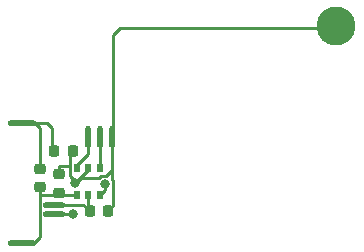
<source format=gbr>
%TF.GenerationSoftware,KiCad,Pcbnew,(6.0.8)*%
%TF.CreationDate,2022-11-07T14:55:23-05:00*%
%TF.ProjectId,3-input-or-gate,332d696e-7075-4742-9d6f-722d67617465,rev?*%
%TF.SameCoordinates,Original*%
%TF.FileFunction,Copper,L1,Top*%
%TF.FilePolarity,Positive*%
%FSLAX46Y46*%
G04 Gerber Fmt 4.6, Leading zero omitted, Abs format (unit mm)*
G04 Created by KiCad (PCBNEW (6.0.8)) date 2022-11-07 14:55:23*
%MOMM*%
%LPD*%
G01*
G04 APERTURE LIST*
G04 Aperture macros list*
%AMRoundRect*
0 Rectangle with rounded corners*
0 $1 Rounding radius*
0 $2 $3 $4 $5 $6 $7 $8 $9 X,Y pos of 4 corners*
0 Add a 4 corners polygon primitive as box body*
4,1,4,$2,$3,$4,$5,$6,$7,$8,$9,$2,$3,0*
0 Add four circle primitives for the rounded corners*
1,1,$1+$1,$2,$3*
1,1,$1+$1,$4,$5*
1,1,$1+$1,$6,$7*
1,1,$1+$1,$8,$9*
0 Add four rect primitives between the rounded corners*
20,1,$1+$1,$2,$3,$4,$5,0*
20,1,$1+$1,$4,$5,$6,$7,0*
20,1,$1+$1,$6,$7,$8,$9,0*
20,1,$1+$1,$8,$9,$2,$3,0*%
G04 Aperture macros list end*
%TA.AperFunction,ComponentPad*%
%ADD10C,3.302000*%
%TD*%
%TA.AperFunction,SMDPad,CuDef*%
%ADD11RoundRect,0.127000X-0.127000X0.762000X-0.127000X-0.762000X0.127000X-0.762000X0.127000X0.762000X0*%
%TD*%
%TA.AperFunction,SMDPad,CuDef*%
%ADD12RoundRect,0.127000X0.762000X0.127000X-0.762000X0.127000X-0.762000X-0.127000X0.762000X-0.127000X0*%
%TD*%
%TA.AperFunction,SMDPad,CuDef*%
%ADD13RoundRect,0.127000X0.127000X-0.762000X0.127000X0.762000X-0.127000X0.762000X-0.127000X-0.762000X0*%
%TD*%
%TA.AperFunction,SMDPad,CuDef*%
%ADD14RoundRect,0.127000X-1.016000X-0.127000X1.016000X-0.127000X1.016000X0.127000X-1.016000X0.127000X0*%
%TD*%
%TA.AperFunction,SMDPad,CuDef*%
%ADD15RoundRect,0.127000X1.016000X0.127000X-1.016000X0.127000X-1.016000X-0.127000X1.016000X-0.127000X0*%
%TD*%
%TA.AperFunction,SMDPad,CuDef*%
%ADD16RoundRect,0.225000X-0.250000X0.225000X-0.250000X-0.225000X0.250000X-0.225000X0.250000X0.225000X0*%
%TD*%
%TA.AperFunction,SMDPad,CuDef*%
%ADD17RoundRect,0.225000X-0.225000X-0.250000X0.225000X-0.250000X0.225000X0.250000X-0.225000X0.250000X0*%
%TD*%
%TA.AperFunction,SMDPad,CuDef*%
%ADD18R,0.510000X0.700000*%
%TD*%
%TA.AperFunction,SMDPad,CuDef*%
%ADD19RoundRect,0.225000X0.250000X-0.225000X0.250000X0.225000X-0.250000X0.225000X-0.250000X-0.225000X0*%
%TD*%
%TA.AperFunction,ViaPad*%
%ADD20C,0.800000*%
%TD*%
%TA.AperFunction,Conductor*%
%ADD21C,0.250000*%
%TD*%
G04 APERTURE END LIST*
D10*
%TO.P,,9*%
%TO.N,GND*%
X170080000Y-83590000D03*
%TD*%
D11*
%TO.P,,10*%
%TO.N,B*%
X150100000Y-93000000D03*
%TD*%
D12*
%TO.P,,B*%
%TO.N,VCC5V*%
X146225000Y-98750000D03*
%TD*%
D11*
%TO.P,,9*%
%TO.N,GND*%
X151100000Y-93000000D03*
%TD*%
D13*
%TO.P,,11*%
%TO.N,A*%
X149100000Y-93000000D03*
%TD*%
D14*
%TO.P,,4*%
%TO.N,CE*%
X143500000Y-102000000D03*
%TD*%
D15*
%TO.P,,1*%
%TO.N,VCC-PAD*%
X143500000Y-91850000D03*
%TD*%
D16*
%TO.P,R2,5*%
%TO.N,GND*%
X146600000Y-96200000D03*
%TO.P,R2,6*%
%TO.N,CE*%
X146600000Y-97750000D03*
%TD*%
D17*
%TO.P,C2,7*%
%TO.N,GND*%
X150750000Y-99300000D03*
%TO.P,C2,8*%
%TO.N,VCC5V*%
X149200000Y-99300000D03*
%TD*%
D12*
%TO.P,,B*%
%TO.N,C*%
X146225000Y-99575000D03*
%TD*%
D18*
%TO.P,U5,1*%
%TO.N,B*%
X150050000Y-95640000D03*
%TO.P,U5,2*%
%TO.N,GND*%
X149100000Y-95640000D03*
%TO.P,U5,3*%
%TO.N,A*%
X148150000Y-95640000D03*
%TO.P,U5,4*%
%TO.N,CE*%
X148150000Y-97960000D03*
%TO.P,U5,5*%
%TO.N,VCC5V*%
X149100000Y-97975000D03*
%TO.P,U5,6*%
%TO.N,C*%
X150050000Y-97960000D03*
%TD*%
D19*
%TO.P,R1,2*%
%TO.N,VCC-PAD*%
X145000000Y-95750000D03*
%TO.P,R1,3*%
%TO.N,CE*%
X145000000Y-97300000D03*
%TD*%
D17*
%TO.P,C1,5*%
%TO.N,VCC-PAD*%
X146225000Y-94250000D03*
%TO.P,C1,6*%
%TO.N,GND*%
X147775000Y-94250000D03*
%TD*%
D20*
%TO.N,GND*%
X148000000Y-96925000D03*
%TO.N,C*%
X147825000Y-99525000D03*
X150502597Y-97039500D03*
%TD*%
D21*
%TO.N,GND*%
X169850000Y-83820000D02*
X170080000Y-83590000D01*
X151800000Y-83820000D02*
X169850000Y-83820000D01*
X151200000Y-84420000D02*
X151800000Y-83820000D01*
X151200000Y-92900000D02*
X151200000Y-84420000D01*
X151100000Y-93000000D02*
X151200000Y-92900000D01*
%TO.N,VCC-PAD*%
X143550000Y-91850000D02*
X145600000Y-91850000D01*
X145600000Y-91850000D02*
X146000000Y-92250000D01*
X144600000Y-91850000D02*
X145000000Y-92250000D01*
X143550000Y-91850000D02*
X144600000Y-91850000D01*
X146000000Y-92250000D02*
X146000000Y-94025000D01*
X145000000Y-92250000D02*
X145000000Y-95750000D01*
X146000000Y-94025000D02*
X146225000Y-94250000D01*
%TO.N,GND*%
X148469502Y-96475000D02*
X150041792Y-96475000D01*
X148000000Y-96925000D02*
X148000000Y-96745000D01*
X150630500Y-96314500D02*
X151100000Y-95845000D01*
X151075000Y-96586598D02*
X151075000Y-95850000D01*
X151227597Y-98797403D02*
X151227597Y-96739195D01*
X147560000Y-96305000D02*
X147560000Y-95560000D01*
X147500000Y-95500000D02*
X147560000Y-95560000D01*
X151227597Y-96739195D02*
X151075000Y-96586598D01*
X150725000Y-99300000D02*
X151227597Y-98797403D01*
X147560000Y-95560000D02*
X147560000Y-94465000D01*
X148000000Y-96925000D02*
X149100000Y-95825000D01*
X151100000Y-95845000D02*
X151100000Y-93000000D01*
X150041792Y-96475000D02*
X150202292Y-96314500D01*
X148000000Y-96745000D02*
X147560000Y-96305000D01*
X146600000Y-96200000D02*
X146600000Y-95500000D01*
X150202292Y-96314500D02*
X150630500Y-96314500D01*
X148000000Y-96925000D02*
X148019502Y-96925000D01*
X148019502Y-96925000D02*
X148469502Y-96475000D01*
X147560000Y-94465000D02*
X147775000Y-94250000D01*
X149100000Y-95825000D02*
X149100000Y-95640000D01*
X146600000Y-95500000D02*
X147500000Y-95500000D01*
%TO.N,CE*%
X144500000Y-102000000D02*
X145000000Y-101500000D01*
X145000000Y-97975000D02*
X145000000Y-97300000D01*
X148150000Y-97960000D02*
X146810000Y-97960000D01*
X145000000Y-97975000D02*
X146375000Y-97975000D01*
X146375000Y-97975000D02*
X146600000Y-97750000D01*
X145000000Y-99300000D02*
X145000000Y-97975000D01*
X145000000Y-101500000D02*
X145000000Y-99300000D01*
X146810000Y-97960000D02*
X146600000Y-97750000D01*
X143500000Y-102000000D02*
X144500000Y-102000000D01*
%TO.N,A*%
X148150000Y-95400000D02*
X149100000Y-94450000D01*
X149100000Y-94450000D02*
X149100000Y-93000000D01*
X148150000Y-95640000D02*
X148150000Y-95400000D01*
%TO.N,B*%
X150050000Y-93050000D02*
X150050000Y-95640000D01*
X150100000Y-93000000D02*
X150050000Y-93050000D01*
%TO.N,VCC5V*%
X149200000Y-99300000D02*
X149100000Y-99200000D01*
X149100000Y-99200000D02*
X149100000Y-97975000D01*
X146225000Y-98750000D02*
X148650000Y-98750000D01*
X148650000Y-98750000D02*
X149200000Y-99300000D01*
%TO.N,C*%
X146225000Y-99575000D02*
X147775000Y-99575000D01*
X150502597Y-97039500D02*
X150502597Y-97507403D01*
X147775000Y-99575000D02*
X147825000Y-99525000D01*
X150502597Y-97507403D02*
X150050000Y-97960000D01*
%TD*%
M02*

</source>
